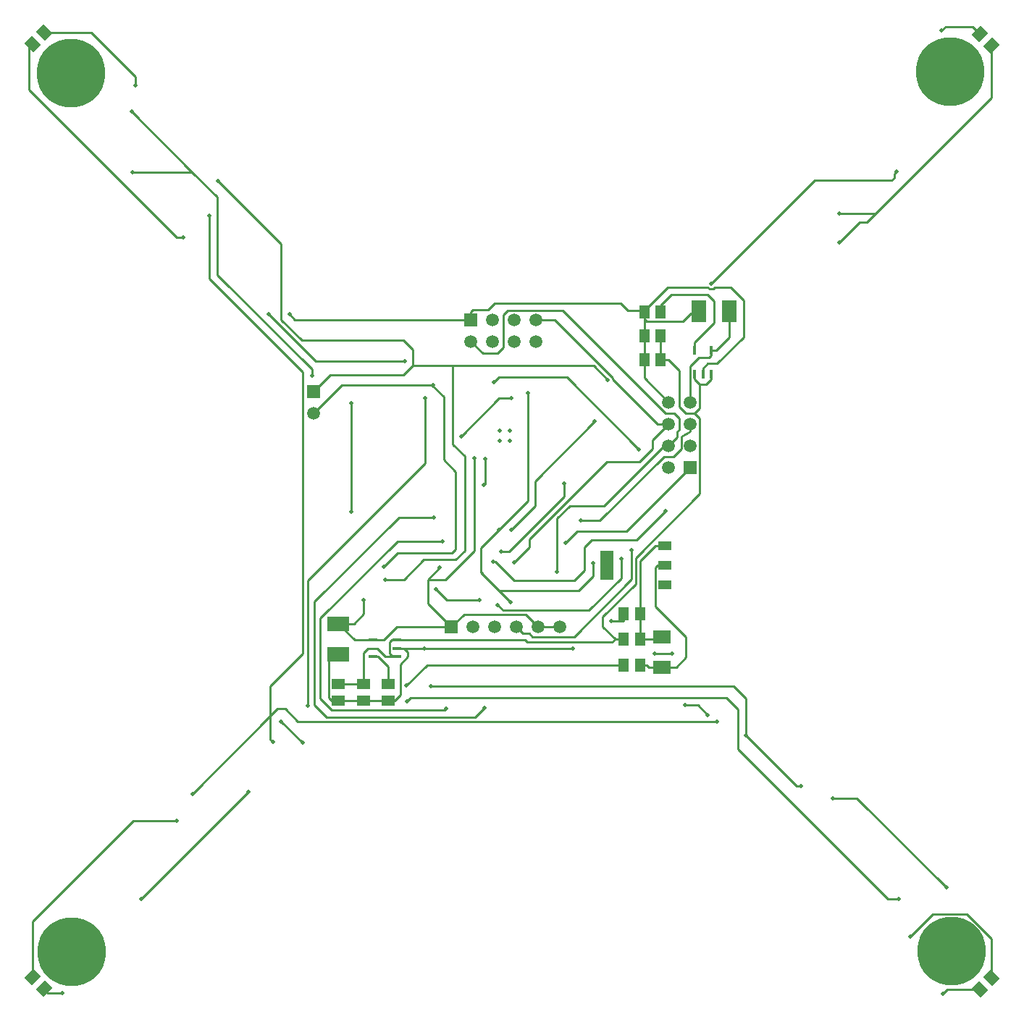
<source format=gbl>
%FSLAX25Y25*%
%MOIN*%
G70*
G01*
G75*
G04 Layer_Physical_Order=2*
G04 Layer_Color=16711680*
G04:AMPARAMS|DCode=10|XSize=78.74mil|YSize=47.24mil|CornerRadius=0mil|HoleSize=0mil|Usage=FLASHONLY|Rotation=45.000|XOffset=0mil|YOffset=0mil|HoleType=Round|Shape=Rectangle|*
%AMROTATEDRECTD10*
4,1,4,-0.01114,-0.04454,-0.04454,-0.01114,0.01114,0.04454,0.04454,0.01114,-0.01114,-0.04454,0.0*
%
%ADD10ROTATEDRECTD10*%

G04:AMPARAMS|DCode=11|XSize=78.74mil|YSize=47.24mil|CornerRadius=0mil|HoleSize=0mil|Usage=FLASHONLY|Rotation=315.000|XOffset=0mil|YOffset=0mil|HoleType=Round|Shape=Rectangle|*
%AMROTATEDRECTD11*
4,1,4,-0.04454,0.01114,-0.01114,0.04454,0.04454,-0.01114,0.01114,-0.04454,-0.04454,0.01114,0.0*
%
%ADD11ROTATEDRECTD11*%

%ADD12O,0.08268X0.01181*%
%ADD13O,0.01181X0.08268*%
G04:AMPARAMS|DCode=14|XSize=59.06mil|YSize=51.18mil|CornerRadius=0mil|HoleSize=0mil|Usage=FLASHONLY|Rotation=225.000|XOffset=0mil|YOffset=0mil|HoleType=Round|Shape=Rectangle|*
%AMROTATEDRECTD14*
4,1,4,0.00278,0.03897,0.03897,0.00278,-0.00278,-0.03897,-0.03897,-0.00278,0.00278,0.03897,0.0*
%
%ADD14ROTATEDRECTD14*%

G04:AMPARAMS|DCode=15|XSize=35.43mil|YSize=37.4mil|CornerRadius=0mil|HoleSize=0mil|Usage=FLASHONLY|Rotation=45.000|XOffset=0mil|YOffset=0mil|HoleType=Round|Shape=Rectangle|*
%AMROTATEDRECTD15*
4,1,4,0.00070,-0.02575,-0.02575,0.00070,-0.00070,0.02575,0.02575,-0.00070,0.00070,-0.02575,0.0*
%
%ADD15ROTATEDRECTD15*%

G04:AMPARAMS|DCode=16|XSize=35.43mil|YSize=37.4mil|CornerRadius=0mil|HoleSize=0mil|Usage=FLASHONLY|Rotation=45.000|XOffset=0mil|YOffset=0mil|HoleType=Round|Shape=Rectangle|*
%AMROTATEDRECTD16*
4,1,4,0.00070,-0.02575,-0.02575,0.00070,-0.00070,0.02575,0.02575,-0.00070,0.00070,-0.02575,0.0*
%
%ADD16ROTATEDRECTD16*%

G04:AMPARAMS|DCode=17|XSize=59.06mil|YSize=51.18mil|CornerRadius=0mil|HoleSize=0mil|Usage=FLASHONLY|Rotation=135.000|XOffset=0mil|YOffset=0mil|HoleType=Round|Shape=Rectangle|*
%AMROTATEDRECTD17*
4,1,4,0.03897,-0.00278,0.00278,-0.03897,-0.03897,0.00278,-0.00278,0.03897,0.03897,-0.00278,0.0*
%
%ADD17ROTATEDRECTD17*%

G04:AMPARAMS|DCode=18|XSize=53.15mil|YSize=15.75mil|CornerRadius=0mil|HoleSize=0mil|Usage=FLASHONLY|Rotation=0.000|XOffset=0mil|YOffset=0mil|HoleType=Round|Shape=Octagon|*
%AMOCTAGOND18*
4,1,8,0.02658,-0.00394,0.02658,0.00394,0.02264,0.00787,-0.02264,0.00787,-0.02658,0.00394,-0.02658,-0.00394,-0.02264,-0.00787,0.02264,-0.00787,0.02658,-0.00394,0.0*
%
%ADD18OCTAGOND18*%

%ADD19R,0.07480X0.09000*%
%ADD20R,0.07480X0.07087*%
G04:AMPARAMS|DCode=21|XSize=35.43mil|YSize=37.4mil|CornerRadius=0mil|HoleSize=0mil|Usage=FLASHONLY|Rotation=135.000|XOffset=0mil|YOffset=0mil|HoleType=Round|Shape=Rectangle|*
%AMROTATEDRECTD21*
4,1,4,0.02575,0.00070,-0.00070,-0.02575,-0.02575,-0.00070,0.00070,0.02575,0.02575,0.00070,0.0*
%
%ADD21ROTATEDRECTD21*%

G04:AMPARAMS|DCode=22|XSize=35.43mil|YSize=37.4mil|CornerRadius=0mil|HoleSize=0mil|Usage=FLASHONLY|Rotation=135.000|XOffset=0mil|YOffset=0mil|HoleType=Round|Shape=Rectangle|*
%AMROTATEDRECTD22*
4,1,4,0.02575,0.00070,-0.00070,-0.02575,-0.02575,-0.00070,0.00070,0.02575,0.02575,0.00070,0.0*
%
%ADD22ROTATEDRECTD22*%

%ADD23R,0.07480X0.02756*%
%ADD24O,0.02362X0.00984*%
%ADD25O,0.00984X0.02362*%
%ADD26R,0.11024X0.10630*%
%ADD27R,0.05906X0.05118*%
%ADD28R,0.05906X0.03937*%
%ADD29R,0.04724X0.01654*%
%ADD30R,0.05118X0.05906*%
%ADD31R,0.03543X0.03740*%
%ADD32R,0.03543X0.03740*%
%ADD33C,0.01000*%
%ADD34C,0.05906*%
%ADD35R,0.05906X0.05906*%
%ADD36R,0.05906X0.05906*%
%ADD37C,0.31496*%
%ADD38C,0.01969*%
%ADD39R,0.06102X0.04331*%
%ADD40R,0.06102X0.04331*%
%ADD41R,0.06102X0.13583*%
%ADD42R,0.07874X0.05906*%
%ADD43R,0.09843X0.07087*%
%ADD44R,0.03937X0.01575*%
%ADD45R,0.03937X0.01575*%
%ADD46R,0.07087X0.09843*%
%ADD47R,0.01575X0.03937*%
%ADD48R,0.01575X0.03937*%
D14*
X598645Y1021855D02*
D03*
X593355Y1027145D02*
D03*
X157355Y592645D02*
D03*
X162645Y587355D02*
D03*
D17*
X157355Y1022355D02*
D03*
X162645Y1027645D02*
D03*
X593212Y587212D02*
D03*
X598502Y592502D02*
D03*
D27*
X298000Y720260D02*
D03*
Y727740D02*
D03*
X309500Y720260D02*
D03*
Y727740D02*
D03*
X321000Y720260D02*
D03*
Y727740D02*
D03*
D30*
X429260Y736500D02*
D03*
X436740D02*
D03*
X429260Y748500D02*
D03*
X436740D02*
D03*
X429260Y760000D02*
D03*
X436740D02*
D03*
X438760Y899000D02*
D03*
X446240D02*
D03*
X438760Y888000D02*
D03*
X446240D02*
D03*
X438760Y877000D02*
D03*
X446240D02*
D03*
D33*
X390000Y754000D02*
X400000D01*
X298000Y720260D02*
X309500D01*
X321000D01*
X438760Y888000D02*
Y895940D01*
Y877000D02*
Y888000D01*
X298000Y727740D02*
X309500D01*
X446240Y877000D02*
Y888000D01*
X436740Y748500D02*
X445500D01*
X436740D02*
Y760000D01*
X322700Y748000D02*
X325000D01*
X321700Y747000D02*
X322700Y748000D01*
X321700Y741820D02*
Y747000D01*
Y741820D02*
X323000Y740520D01*
X325000D01*
X469500Y868000D02*
Y870500D01*
X467300Y865800D02*
X469500Y868000D01*
X464220Y865800D02*
X467300D01*
X295000Y720260D02*
X298000D01*
X293700Y721560D02*
X295000Y720260D01*
X293700Y741500D02*
X298000D01*
X438760Y895940D02*
X440000Y894700D01*
X456600D01*
X460200Y898300D01*
X464000D02*
Y899500D01*
X325000Y754000D02*
X350000D01*
X319000Y748000D02*
X325000Y754000D01*
X313976Y748000D02*
X319000D01*
X469500Y879000D02*
Y881524D01*
X468500Y878000D02*
X469500Y879000D01*
X463900Y878000D02*
X468500D01*
X459900Y874000D02*
X463900Y878000D01*
X459900Y863600D02*
Y874000D01*
Y863600D02*
X460000Y863500D01*
Y857500D02*
Y863500D01*
X298000Y755500D02*
X305500Y748000D01*
X313976D01*
X315920Y744200D02*
X319600Y740520D01*
X311700Y744200D02*
X315920D01*
X309500Y742000D02*
X311700Y744200D01*
X309500Y727740D02*
Y742000D01*
X313976Y740520D02*
X316380D01*
X321000Y735900D01*
Y727740D02*
Y735900D01*
X398700Y779400D02*
Y803949D01*
X404625Y809874D01*
X436740Y760000D02*
Y784295D01*
X444000Y791555D01*
X448287D01*
X402500Y792890D02*
X407764Y798154D01*
X430654D01*
X460000Y827500D01*
X462020Y881524D02*
Y885120D01*
X446240Y899000D02*
Y902040D01*
X478000Y887524D02*
Y899500D01*
X472000Y881524D02*
X478000Y887524D01*
X469500Y881524D02*
X472000D01*
X429260Y756760D02*
Y760000D01*
X384175Y759825D02*
X390000Y754000D01*
X355825Y759825D02*
X384175D01*
X350000Y754000D02*
X355825Y759825D01*
X360000Y900000D02*
X366900D01*
X359000Y899000D02*
X360000Y900000D01*
X359000Y895500D02*
Y899000D01*
X435100Y794100D02*
X448600Y807600D01*
X414414Y794100D02*
X435100D01*
X411109Y790795D02*
X414414Y794100D01*
X411109Y780000D02*
Y790795D01*
X406509Y775400D02*
X411109Y780000D01*
X379000Y775400D02*
X406509D01*
X370300Y784100D02*
X379000Y775400D01*
X369079Y784100D02*
X370300D01*
X162645Y586866D02*
Y587355D01*
Y586866D02*
X164210Y585300D01*
X170900D01*
X321000Y720260D02*
X324000D01*
X330000Y740300D02*
Y742500D01*
X328240Y744260D02*
X330000Y742500D01*
X325000Y744260D02*
X328240D01*
X450000Y837500D02*
X453972Y841472D01*
X452500Y852500D02*
X454845Y850155D01*
X448400Y852500D02*
X452500D01*
X401100Y899800D02*
X448400Y852500D01*
X376000Y899800D02*
X401100D01*
X364500Y880000D02*
X371300D01*
X359000Y885500D02*
X364500Y880000D01*
X242700Y959600D02*
X271700Y930600D01*
Y895500D02*
Y930600D01*
Y895500D02*
X281100Y886100D01*
X328000D01*
X332200Y881900D01*
Y874300D02*
Y881900D01*
X338800Y736500D02*
X429260D01*
X329300Y727000D02*
X338800Y736500D01*
X283900Y717900D02*
Y775300D01*
X337900Y829300D01*
Y859600D01*
X309600Y760000D02*
Y766300D01*
X305100Y755500D02*
X309600Y760000D01*
X298000Y755500D02*
X305100D01*
X339100Y764900D02*
Y772900D01*
Y764900D02*
X350000Y754000D01*
X371900Y798800D02*
X385100Y812000D01*
Y861940D01*
X373000Y788900D02*
X376700D01*
X402060Y814260D01*
Y820000D01*
X266000Y898200D02*
X287600Y876600D01*
X328400D01*
X419713Y754187D02*
X425400Y748500D01*
X419713Y754187D02*
Y758613D01*
X434800Y773700D01*
Y785800D01*
X464300Y815300D01*
Y850200D01*
X462000Y852500D02*
X464300Y850200D01*
X455000Y855500D02*
X458000Y852500D01*
X455000Y855500D02*
Y872000D01*
X446240Y877000D02*
X450000D01*
X275500Y898000D02*
X278000Y895500D01*
X359000D01*
X378921Y783825D02*
X385960Y790864D01*
Y794560D01*
X421400Y830000D01*
X442624Y840124D02*
X450000Y847500D01*
X443400Y741800D02*
X451500D01*
X436740Y736500D02*
X439988D01*
X440988Y735500D01*
X447000D01*
X453512D01*
X458012Y740000D01*
Y749388D01*
X443900Y763500D02*
X458012Y749388D01*
X443900Y763500D02*
Y781400D01*
X445000Y782500D01*
X448287D01*
X207200Y628713D02*
X256587Y678100D01*
X286500Y852500D02*
X299500Y865500D01*
X469600Y912200D02*
X517100Y959700D01*
X552700D01*
X465760Y870500D02*
Y873060D01*
X468000Y875300D01*
X438760Y899000D02*
Y899732D01*
X339100Y775800D02*
X344600Y781300D01*
X286500Y862500D02*
X294100Y870100D01*
X350613Y838113D02*
Y874300D01*
Y838113D02*
X356100Y832625D01*
Y789200D02*
Y832625D01*
X352000Y785100D02*
X356100Y789200D01*
X337300Y785100D02*
X352000D01*
X328100Y775900D02*
X337300Y785100D01*
X319700Y775900D02*
X328100D01*
X476500Y721300D02*
X481800Y716000D01*
X331200Y721300D02*
X476500D01*
X329600Y719700D02*
X331200Y721300D01*
X346400Y831000D02*
Y860000D01*
X203100Y963600D02*
X230686D01*
X242300Y951986D01*
X438760Y868740D02*
X450000Y857500D01*
X438760Y868740D02*
Y877000D01*
X428300Y776600D02*
Y785600D01*
X413313Y761613D02*
X428300Y776600D01*
X373898Y761613D02*
X413313D01*
X371300Y764210D02*
X373898Y761613D01*
X325000Y748000D02*
X383972D01*
X450000Y877000D02*
X455000Y872000D01*
X458000Y852500D02*
X462000D01*
X464300Y854800D01*
X464220Y865800D02*
X464300Y854800D01*
X462020Y868000D02*
X464220Y865800D01*
X462020Y868000D02*
Y870500D01*
X371953Y859453D02*
X377453D01*
X354400Y841900D02*
X371953Y859453D01*
X598645Y997645D02*
Y1021855D01*
X528563Y944300D02*
X545300D01*
X281500Y741700D02*
Y871528D01*
X266723Y726923D02*
X281500Y741700D01*
X266723Y702215D02*
X267913Y701025D01*
X525500Y675200D02*
X536700D01*
X577800Y634100D01*
X576100Y585100D02*
X578212Y587212D01*
X593212D01*
X270000Y716298D02*
X273487D01*
X279285Y710500D01*
X472175D01*
X203728Y664700D02*
X223700D01*
X157355Y618327D02*
X203728Y664700D01*
X157355Y592645D02*
Y618327D01*
X561246Y611400D02*
X571700Y621854D01*
X587238D01*
X598502Y610590D01*
Y592502D02*
Y610590D01*
X347800Y766400D02*
X363000D01*
X342900Y771300D02*
X347800Y766400D01*
X325865Y804600D02*
X341900D01*
X292498Y712600D02*
X360900D01*
X365100Y716800D01*
X325100Y793600D02*
X345800D01*
X289721Y758221D02*
X325100Y793600D01*
X289721Y720998D02*
Y758221D01*
Y720998D02*
X294868Y715851D01*
X347151D01*
X347700Y716400D01*
X303900Y807000D02*
Y857200D01*
X271700Y710510D02*
X281400Y700810D01*
X485600Y704200D02*
Y721100D01*
X480000Y726700D02*
X485600Y721100D01*
X340700Y726700D02*
X480000D01*
X415100Y777300D02*
Y783600D01*
X408600Y770800D02*
X415100Y777300D01*
X371850Y770650D02*
X408600Y770800D01*
X363413Y779387D02*
X371850Y770650D01*
X363413Y790313D02*
X371900Y798800D01*
X383000Y751000D02*
X385800D01*
X380000Y754000D02*
X383000Y751000D01*
X409500Y803000D02*
X418300D01*
X447800Y832500D01*
X452260D01*
X455760Y836000D01*
Y841700D01*
X460000Y844200D01*
Y847500D01*
X339100Y772900D02*
Y775800D01*
X299500Y865500D02*
X340900D01*
X341600D01*
X202986Y991300D02*
X230686Y963600D01*
X340900Y865500D02*
X346400Y860000D01*
X293700Y721560D02*
Y741500D01*
X423500Y756760D02*
X429260D01*
X438760Y895940D02*
Y899000D01*
X460200Y898300D02*
X464000D01*
X319600Y740520D02*
X323000D01*
X425400Y748500D02*
X429260D01*
X230855Y677153D02*
X266723Y713020D01*
X270000Y716298D01*
X266723Y702215D02*
Y713020D01*
Y726923D01*
X541300Y940300D02*
X545300Y944300D01*
X598645Y997645D01*
X363413Y779087D02*
Y779387D01*
Y790313D01*
Y779087D02*
X371850Y770650D01*
X377100Y765400D01*
X537800Y940300D02*
X541300D01*
X528500Y931000D02*
X537800Y940300D01*
X328240Y744260D02*
X337640D01*
X337700Y744100D02*
X406000D01*
X324000Y720260D02*
X326500Y722760D01*
Y736800D01*
X330000Y740300D01*
X575700Y1028700D02*
X577500Y1030500D01*
X590000D01*
X593355Y1027145D01*
X223696Y933304D02*
X226604D01*
X155500Y1001500D02*
X223696Y933304D01*
X155500Y1001500D02*
Y1020500D01*
X157355Y1022355D01*
X162645Y1027645D02*
X184355D01*
X204600Y1007400D01*
Y1003492D02*
Y1007400D01*
X238645Y914383D02*
X281500Y871528D01*
X238645Y914383D02*
Y943355D01*
X287000Y718098D02*
X292498Y712600D01*
X287000Y718098D02*
Y765735D01*
X325865Y804600D01*
X433000Y776000D02*
Y789500D01*
X242300Y916200D02*
Y951986D01*
Y916200D02*
X285878Y872622D01*
Y869678D02*
Y872622D01*
X445000Y847500D02*
X450000D01*
X424272Y868228D02*
Y868741D01*
Y868228D02*
X445000Y847500D01*
X397513Y895500D02*
X424272Y868741D01*
X389000Y895500D02*
X397513D01*
X421400Y830000D02*
X436500D01*
X442624Y836124D01*
Y840124D01*
X369579Y866700D02*
X371879Y869000D01*
X403100D01*
X436300Y835800D01*
X366900Y900000D02*
X369900Y903000D01*
X431268Y899732D02*
X438760D01*
X428000Y903000D02*
X431268Y899732D01*
X369900Y903000D02*
X428000D01*
X371300Y880000D02*
X374000Y882700D01*
Y897800D01*
X376000Y899800D01*
X453972Y841472D02*
Y843972D01*
X454845Y844845D01*
Y850155D01*
X365000Y819300D02*
X365600Y819900D01*
Y831400D01*
X457500Y718000D02*
X463541D01*
X468041Y713500D01*
X481800Y697700D02*
Y716000D01*
Y697700D02*
X550874Y628626D01*
X555787D01*
X485600Y704200D02*
X508900Y680900D01*
X510900D01*
X294100Y870100D02*
X328000D01*
X332200Y874300D01*
X415500D01*
X422000Y867800D01*
X352000Y789700D02*
Y825400D01*
X346400Y831000D02*
X352000Y825400D01*
X319000Y781800D02*
X325200Y788000D01*
X350300D01*
X352000Y789700D01*
X339100Y775800D02*
X347300D01*
X360500Y789000D01*
Y831800D01*
X377700Y798900D02*
X388500Y809700D01*
Y821200D01*
X416000Y848700D01*
X404625Y809874D02*
X420374D01*
X448000Y837500D01*
X450000D01*
X462020Y885120D02*
X471000Y894100D01*
Y904000D01*
X446240Y902040D02*
X451200Y907000D01*
X468000D01*
X471000Y904000D01*
X438760Y899732D02*
X449528Y910500D01*
X478400D02*
X484500Y904400D01*
X449528Y910500D02*
X468087D01*
X468659Y909928D01*
X470541D01*
X471113Y910500D01*
X478400D01*
X468000Y875300D02*
X472300D01*
X484500Y887500D01*
Y904400D01*
X552700Y959700D02*
X553850Y960850D01*
Y962650D01*
X555000Y963800D01*
X423900Y747000D02*
X425400Y748500D01*
X383972Y748000D02*
X384972Y747000D01*
X423900D01*
X385800Y751000D02*
X387300Y749500D01*
X406500D01*
X433000Y776000D01*
D34*
X450000Y857500D02*
D03*
Y847500D02*
D03*
Y837500D02*
D03*
Y827500D02*
D03*
X460000Y857500D02*
D03*
Y847500D02*
D03*
Y837500D02*
D03*
X360000Y754000D02*
D03*
X370000D02*
D03*
X380000D02*
D03*
X390000D02*
D03*
X400000D02*
D03*
X359000Y885500D02*
D03*
X369000D02*
D03*
Y895500D02*
D03*
X379000Y885500D02*
D03*
Y895500D02*
D03*
X389000Y885500D02*
D03*
Y895500D02*
D03*
X286500Y852500D02*
D03*
D35*
X460000Y827500D02*
D03*
X286500Y862500D02*
D03*
D36*
X350000Y754000D02*
D03*
X359000Y895500D02*
D03*
D37*
X174818Y1009182D02*
D03*
X579682Y1009682D02*
D03*
X175318Y604318D02*
D03*
X580182Y604818D02*
D03*
D38*
X372138Y844362D02*
D03*
X376862D02*
D03*
X372138Y839638D02*
D03*
X376862D02*
D03*
X398700Y779400D02*
D03*
X402500Y792890D02*
D03*
X423500Y756760D02*
D03*
X448600Y807600D02*
D03*
X369079Y784100D02*
D03*
X170900Y585300D02*
D03*
X337700Y744200D02*
D03*
X242700Y959600D02*
D03*
X329300Y727000D02*
D03*
X283900Y717900D02*
D03*
X337900Y859600D02*
D03*
X309600Y766300D02*
D03*
X360500Y831800D02*
D03*
X371900Y798800D02*
D03*
X385100Y861940D02*
D03*
X373000Y788900D02*
D03*
X402060Y820000D02*
D03*
X266000Y898200D02*
D03*
X328400Y876600D02*
D03*
X275500Y898000D02*
D03*
X365000Y819300D02*
D03*
X365600Y831400D02*
D03*
X436300Y835800D02*
D03*
X369579Y866700D02*
D03*
X378921Y783825D02*
D03*
X443400Y741800D02*
D03*
X451500D02*
D03*
X256587Y678100D02*
D03*
X207200Y628713D02*
D03*
X204600Y1003492D02*
D03*
X341600Y865500D02*
D03*
X469600Y912200D02*
D03*
X555000Y963800D02*
D03*
X344600Y781300D02*
D03*
X319700Y775900D02*
D03*
X422000Y867800D02*
D03*
X555787Y628626D02*
D03*
X329600Y719700D02*
D03*
X319000Y781800D02*
D03*
X285878Y869678D02*
D03*
X202986Y991300D02*
D03*
X203100Y963600D02*
D03*
X406000Y744100D02*
D03*
X416000Y848700D02*
D03*
X377700Y798900D02*
D03*
X428300Y785600D02*
D03*
X371300Y764210D02*
D03*
X377453Y859453D02*
D03*
X354400Y841900D02*
D03*
X528563Y944300D02*
D03*
X238645Y943355D02*
D03*
X267913Y701025D02*
D03*
X525500Y675200D02*
D03*
X577800Y634100D02*
D03*
X576100Y585100D02*
D03*
X230855Y677153D02*
D03*
X472175Y710500D02*
D03*
X226604Y933304D02*
D03*
X223700Y664700D02*
D03*
X561246Y611400D02*
D03*
X575700Y1028700D02*
D03*
X363000Y766400D02*
D03*
X342900Y771300D02*
D03*
X341900Y804600D02*
D03*
X365100Y716800D02*
D03*
X345800Y793600D02*
D03*
X347700Y716400D02*
D03*
X303900Y857200D02*
D03*
Y807000D02*
D03*
X281400Y700810D02*
D03*
X271700Y710510D02*
D03*
X485600Y704200D02*
D03*
X510900Y680900D02*
D03*
X340700Y726700D02*
D03*
X415100Y783600D02*
D03*
X377100Y765400D02*
D03*
X433000Y789500D02*
D03*
X409500Y803000D02*
D03*
X528500Y931000D02*
D03*
X457500Y718000D02*
D03*
X468041Y713500D02*
D03*
D39*
X448287Y782500D02*
D03*
Y773445D02*
D03*
D40*
Y791555D02*
D03*
D41*
X421713Y782500D02*
D03*
D42*
X447000Y735500D02*
D03*
Y749280D02*
D03*
D43*
X298000Y755500D02*
D03*
Y741500D02*
D03*
D44*
X325000Y748000D02*
D03*
Y744260D02*
D03*
Y740520D02*
D03*
X313976D02*
D03*
D45*
Y748000D02*
D03*
D46*
X478000Y899500D02*
D03*
X464000D02*
D03*
D47*
X469500Y870500D02*
D03*
X465760D02*
D03*
X462020D02*
D03*
Y881524D02*
D03*
D48*
X469500D02*
D03*
M02*

</source>
